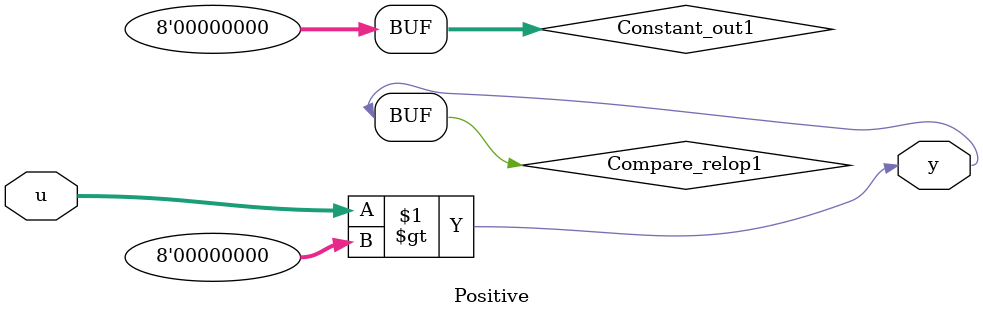
<source format=v>



`timescale 1 ns / 1 ns

module Positive
          (u,
           y);


  input   [7:0] u;  // uint8
  output  y;


  wire [7:0] Constant_out1;  // uint8
  wire Compare_relop1;


  assign Constant_out1 = 8'b00000000;



  assign Compare_relop1 = u > Constant_out1;



  assign y = Compare_relop1;

endmodule  // Positive


</source>
